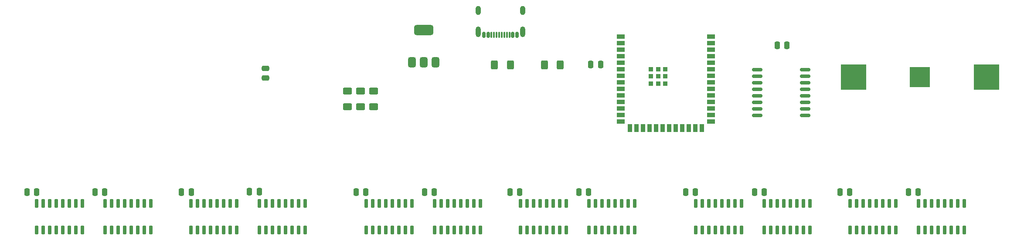
<source format=gbr>
%TF.GenerationSoftware,KiCad,Pcbnew,8.0.3*%
%TF.CreationDate,2024-07-13T20:38:16+02:00*%
%TF.ProjectId,Steuerplatine,53746575-6572-4706-9c61-74696e652e6b,rev?*%
%TF.SameCoordinates,Original*%
%TF.FileFunction,Paste,Top*%
%TF.FilePolarity,Positive*%
%FSLAX46Y46*%
G04 Gerber Fmt 4.6, Leading zero omitted, Abs format (unit mm)*
G04 Created by KiCad (PCBNEW 8.0.3) date 2024-07-13 20:38:16*
%MOMM*%
%LPD*%
G01*
G04 APERTURE LIST*
G04 Aperture macros list*
%AMRoundRect*
0 Rectangle with rounded corners*
0 $1 Rounding radius*
0 $2 $3 $4 $5 $6 $7 $8 $9 X,Y pos of 4 corners*
0 Add a 4 corners polygon primitive as box body*
4,1,4,$2,$3,$4,$5,$6,$7,$8,$9,$2,$3,0*
0 Add four circle primitives for the rounded corners*
1,1,$1+$1,$2,$3*
1,1,$1+$1,$4,$5*
1,1,$1+$1,$6,$7*
1,1,$1+$1,$8,$9*
0 Add four rect primitives between the rounded corners*
20,1,$1+$1,$2,$3,$4,$5,0*
20,1,$1+$1,$4,$5,$6,$7,0*
20,1,$1+$1,$6,$7,$8,$9,0*
20,1,$1+$1,$8,$9,$2,$3,0*%
G04 Aperture macros list end*
%ADD10RoundRect,0.150000X0.150000X0.425000X-0.150000X0.425000X-0.150000X-0.425000X0.150000X-0.425000X0*%
%ADD11RoundRect,0.075000X0.075000X0.500000X-0.075000X0.500000X-0.075000X-0.500000X0.075000X-0.500000X0*%
%ADD12O,1.000000X2.100000*%
%ADD13O,1.000000X1.800000*%
%ADD14RoundRect,0.150000X-0.150000X0.725000X-0.150000X-0.725000X0.150000X-0.725000X0.150000X0.725000X0*%
%ADD15RoundRect,0.250000X-0.250000X-0.475000X0.250000X-0.475000X0.250000X0.475000X-0.250000X0.475000X0*%
%ADD16RoundRect,0.250000X0.250000X0.475000X-0.250000X0.475000X-0.250000X-0.475000X0.250000X-0.475000X0*%
%ADD17RoundRect,0.250000X-0.475000X0.250000X-0.475000X-0.250000X0.475000X-0.250000X0.475000X0.250000X0*%
%ADD18RoundRect,0.250000X0.400000X0.625000X-0.400000X0.625000X-0.400000X-0.625000X0.400000X-0.625000X0*%
%ADD19RoundRect,0.150000X-0.875000X-0.150000X0.875000X-0.150000X0.875000X0.150000X-0.875000X0.150000X0*%
%ADD20R,5.000000X5.000000*%
%ADD21R,4.000000X4.000000*%
%ADD22RoundRect,0.250000X-0.625000X0.400000X-0.625000X-0.400000X0.625000X-0.400000X0.625000X0.400000X0*%
%ADD23RoundRect,0.375000X0.375000X-0.625000X0.375000X0.625000X-0.375000X0.625000X-0.375000X-0.625000X0*%
%ADD24RoundRect,0.500000X1.400000X-0.500000X1.400000X0.500000X-1.400000X0.500000X-1.400000X-0.500000X0*%
%ADD25R,0.900000X0.900000*%
%ADD26R,1.500000X0.900000*%
%ADD27R,0.900000X1.500000*%
G04 APERTURE END LIST*
D10*
%TO.C,J33*%
X154700000Y-37255000D03*
X153900000Y-37255000D03*
D11*
X152750000Y-37254999D03*
X151750000Y-37255000D03*
X151250000Y-37255000D03*
X150250000Y-37254999D03*
D10*
X149100000Y-37255000D03*
X148300000Y-37255000D03*
X148300000Y-37255000D03*
X149100000Y-37255000D03*
D11*
X149750000Y-37255000D03*
X150750000Y-37255000D03*
X152250000Y-37255000D03*
X153250000Y-37255000D03*
D10*
X153900000Y-37255000D03*
X154700000Y-37255000D03*
D12*
X155820000Y-36680000D03*
D13*
X155820000Y-32500000D03*
D12*
X147180000Y-36680000D03*
D13*
X147180000Y-32500000D03*
%TD*%
D14*
%TO.C,U9*%
X147590002Y-70000000D03*
X146320001Y-70000000D03*
X145050000Y-70000000D03*
X143780001Y-70000000D03*
X142510001Y-70000000D03*
X141240002Y-70000000D03*
X139970001Y-70000000D03*
X138700000Y-70000000D03*
X138700000Y-75150000D03*
X139970001Y-75150000D03*
X141240002Y-75150000D03*
X142510001Y-75150000D03*
X143780001Y-75150000D03*
X145050000Y-75150000D03*
X146320001Y-75150000D03*
X147590002Y-75150000D03*
%TD*%
D15*
%TO.C,C11*%
X72750000Y-67800000D03*
X74650000Y-67800000D03*
%TD*%
%TO.C,C2*%
X217450000Y-67800000D03*
X219350000Y-67800000D03*
%TD*%
%TO.C,C4*%
X153350000Y-67800000D03*
X155250000Y-67800000D03*
%TD*%
D14*
%TO.C,U8*%
X198300000Y-70000000D03*
X197029999Y-70000000D03*
X195759998Y-70000000D03*
X194489999Y-70000000D03*
X193219999Y-70000000D03*
X191950000Y-70000000D03*
X190679999Y-70000000D03*
X189409998Y-70000000D03*
X189409998Y-75150000D03*
X190679999Y-75150000D03*
X191950000Y-75150000D03*
X193219999Y-75150000D03*
X194489999Y-75150000D03*
X195759998Y-75150000D03*
X197029999Y-75150000D03*
X198300000Y-75150000D03*
%TD*%
D16*
%TO.C,C13*%
X170949999Y-43000000D03*
X169050001Y-43000000D03*
%TD*%
D15*
%TO.C,C1*%
X230750000Y-67800000D03*
X232650000Y-67800000D03*
%TD*%
%TO.C,C9*%
X136750000Y-67800000D03*
X138650000Y-67800000D03*
%TD*%
%TO.C,C14*%
X205250000Y-39300000D03*
X207150000Y-39300000D03*
%TD*%
D17*
%TO.C,C15*%
X105900000Y-43750001D03*
X105900000Y-45649999D03*
%TD*%
D18*
%TO.C,R5*%
X153450001Y-43100000D03*
X150349999Y-43100000D03*
%TD*%
D14*
%TO.C,U1*%
X241590002Y-70000000D03*
X240320001Y-70000000D03*
X239050000Y-70000000D03*
X237780001Y-70000000D03*
X236510001Y-70000000D03*
X235240002Y-70000000D03*
X233970001Y-70000000D03*
X232700000Y-70000000D03*
X232700000Y-75150000D03*
X233970001Y-75150000D03*
X235240002Y-75150000D03*
X236510001Y-75150000D03*
X237780001Y-75150000D03*
X239050000Y-75150000D03*
X240320001Y-75150000D03*
X241590002Y-75150000D03*
%TD*%
D19*
%TO.C,U13*%
X201400000Y-44000000D03*
X201400000Y-45270000D03*
X201400000Y-46540000D03*
X201400000Y-47810000D03*
X201400000Y-49080000D03*
X201400000Y-50350000D03*
X201400000Y-51620000D03*
X201400000Y-52890000D03*
X210700000Y-52890000D03*
X210700000Y-51620000D03*
X210700000Y-50350000D03*
X210700000Y-49080000D03*
X210700000Y-47810000D03*
X210700000Y-46540000D03*
X210700000Y-45270000D03*
X210700000Y-44000000D03*
%TD*%
D14*
%TO.C,U5*%
X113590002Y-70000000D03*
X112320001Y-70000000D03*
X111050000Y-70000000D03*
X109780001Y-70000000D03*
X108510001Y-70000000D03*
X107240002Y-70000000D03*
X105970001Y-70000000D03*
X104700000Y-70000000D03*
X104700000Y-75150000D03*
X105970001Y-75150000D03*
X107240002Y-75150000D03*
X108510001Y-75150000D03*
X109780001Y-75150000D03*
X111050000Y-75150000D03*
X112320001Y-75150000D03*
X113590002Y-75150000D03*
%TD*%
D15*
%TO.C,C8*%
X187500000Y-67800000D03*
X189400000Y-67800000D03*
%TD*%
D14*
%TO.C,U3*%
X177590002Y-70000000D03*
X176320001Y-70000000D03*
X175050000Y-70000000D03*
X173780001Y-70000000D03*
X172510001Y-70000000D03*
X171240002Y-70000000D03*
X169970001Y-70000000D03*
X168700000Y-70000000D03*
X168700000Y-75150000D03*
X169970001Y-75150000D03*
X171240002Y-75150000D03*
X172510001Y-75150000D03*
X173780001Y-75150000D03*
X175050000Y-75150000D03*
X176320001Y-75150000D03*
X177590002Y-75150000D03*
%TD*%
%TO.C,U10*%
X134300000Y-70000000D03*
X133029999Y-70000000D03*
X131759998Y-70000000D03*
X130489999Y-70000000D03*
X129219999Y-70000000D03*
X127950000Y-70000000D03*
X126679999Y-70000000D03*
X125409998Y-70000000D03*
X125409998Y-75150000D03*
X126679999Y-75150000D03*
X127950000Y-75150000D03*
X129219999Y-75150000D03*
X130489999Y-75150000D03*
X131759998Y-75150000D03*
X133029999Y-75150000D03*
X134300000Y-75150000D03*
%TD*%
D20*
%TO.C,BT1*%
X220050000Y-45509227D03*
X245950000Y-45509227D03*
D21*
X233000000Y-45509227D03*
%TD*%
D18*
%TO.C,R4*%
X163150001Y-43100000D03*
X160049999Y-43100000D03*
%TD*%
D22*
%TO.C,R2*%
X124300000Y-48149999D03*
X124300000Y-51250001D03*
%TD*%
D14*
%TO.C,U7*%
X211590002Y-70000000D03*
X210320001Y-70000000D03*
X209050000Y-70000000D03*
X207780001Y-70000000D03*
X206510001Y-70000000D03*
X205240002Y-70000000D03*
X203970001Y-70000000D03*
X202700000Y-70000000D03*
X202700000Y-75150000D03*
X203970001Y-75150000D03*
X205240002Y-75150000D03*
X206510001Y-75150000D03*
X207780001Y-75150000D03*
X209050000Y-75150000D03*
X210320001Y-75150000D03*
X211590002Y-75150000D03*
%TD*%
D15*
%TO.C,C6*%
X89550000Y-67800000D03*
X91450000Y-67800000D03*
%TD*%
%TO.C,C12*%
X59550000Y-67800000D03*
X61450000Y-67800000D03*
%TD*%
D14*
%TO.C,U12*%
X70300000Y-70000000D03*
X69029999Y-70000000D03*
X67759998Y-70000000D03*
X66489999Y-70000000D03*
X65219999Y-70000000D03*
X63950000Y-70000000D03*
X62679999Y-70000000D03*
X61409998Y-70000000D03*
X61409998Y-75150000D03*
X62679999Y-75150000D03*
X63950000Y-75150000D03*
X65219999Y-75150000D03*
X66489999Y-75150000D03*
X67759998Y-75150000D03*
X69029999Y-75150000D03*
X70300000Y-75150000D03*
%TD*%
%TO.C,U4*%
X164300000Y-70000000D03*
X163029999Y-70000000D03*
X161759998Y-70000000D03*
X160489999Y-70000000D03*
X159219999Y-70000000D03*
X157950000Y-70000000D03*
X156679999Y-70000000D03*
X155409998Y-70000000D03*
X155409998Y-75150000D03*
X156679999Y-75150000D03*
X157950000Y-75150000D03*
X159219999Y-75150000D03*
X160489999Y-75150000D03*
X161759998Y-75150000D03*
X163029999Y-75150000D03*
X164300000Y-75150000D03*
%TD*%
D22*
%TO.C,R3*%
X126900000Y-48149999D03*
X126900000Y-51250001D03*
%TD*%
%TO.C,R1*%
X121800000Y-48149999D03*
X121800000Y-51250001D03*
%TD*%
D15*
%TO.C,C5*%
X102750000Y-67700000D03*
X104650000Y-67700000D03*
%TD*%
D14*
%TO.C,U2*%
X228300000Y-70000000D03*
X227029999Y-70000000D03*
X225759998Y-70000000D03*
X224489999Y-70000000D03*
X223219999Y-70000000D03*
X221950000Y-70000000D03*
X220679999Y-70000000D03*
X219409998Y-70000000D03*
X219409998Y-75150000D03*
X220679999Y-75150000D03*
X221950000Y-75150000D03*
X223219999Y-75150000D03*
X224489999Y-75150000D03*
X225759998Y-75150000D03*
X227029999Y-75150000D03*
X228300000Y-75150000D03*
%TD*%
D23*
%TO.C,U15*%
X134300000Y-42599999D03*
X136600000Y-42599998D03*
D24*
X136600000Y-36300000D03*
D23*
X138900000Y-42599999D03*
%TD*%
D15*
%TO.C,C7*%
X200850000Y-67800000D03*
X202750000Y-67800000D03*
%TD*%
D25*
%TO.C,U14*%
X180750000Y-43920000D03*
X180750000Y-45320000D03*
X180750000Y-46720000D03*
X182150000Y-43920000D03*
X182150000Y-45320000D03*
X182150000Y-46720000D03*
X183550000Y-43920000D03*
X183550000Y-45320000D03*
X183550000Y-46720000D03*
D26*
X174900000Y-37600000D03*
X174900000Y-38870000D03*
X174900000Y-40140000D03*
X174900000Y-41410000D03*
X174900000Y-42680000D03*
X174900000Y-43950000D03*
X174900000Y-45220000D03*
X174900000Y-46490000D03*
X174900000Y-47760000D03*
X174900000Y-49030000D03*
X174900000Y-50300000D03*
X174900000Y-51570000D03*
X174900000Y-52840000D03*
X174900000Y-54110000D03*
D27*
X176665000Y-55360000D03*
X177935000Y-55360000D03*
X179205000Y-55360000D03*
X180475000Y-55360000D03*
X181745000Y-55360000D03*
X183015000Y-55360000D03*
X184285000Y-55360000D03*
X185555000Y-55360000D03*
X186825000Y-55360000D03*
X188095000Y-55360000D03*
X189365000Y-55360000D03*
X190635000Y-55360000D03*
D26*
X192400000Y-54110000D03*
X192400000Y-52840000D03*
X192400000Y-51570000D03*
X192400000Y-50300000D03*
X192400000Y-49030000D03*
X192400000Y-47760000D03*
X192400000Y-46490000D03*
X192400000Y-45220000D03*
X192400000Y-43950000D03*
X192400000Y-42680000D03*
X192400000Y-41410000D03*
X192400000Y-40140000D03*
X192400000Y-38870000D03*
X192400000Y-37600000D03*
%TD*%
D14*
%TO.C,U6*%
X100300000Y-70000000D03*
X99029999Y-70000000D03*
X97759998Y-70000000D03*
X96489999Y-70000000D03*
X95219999Y-70000000D03*
X93950000Y-70000000D03*
X92679999Y-70000000D03*
X91409998Y-70000000D03*
X91409998Y-75150000D03*
X92679999Y-75150000D03*
X93950000Y-75150000D03*
X95219999Y-75150000D03*
X96489999Y-75150000D03*
X97759998Y-75150000D03*
X99029999Y-75150000D03*
X100300000Y-75150000D03*
%TD*%
D15*
%TO.C,C10*%
X123450000Y-67800000D03*
X125350000Y-67800000D03*
%TD*%
D14*
%TO.C,U11*%
X83590002Y-70000000D03*
X82320001Y-70000000D03*
X81050000Y-70000000D03*
X79780001Y-70000000D03*
X78510001Y-70000000D03*
X77240002Y-70000000D03*
X75970001Y-70000000D03*
X74700000Y-70000000D03*
X74700000Y-75150000D03*
X75970001Y-75150000D03*
X77240002Y-75150000D03*
X78510001Y-75150000D03*
X79780001Y-75150000D03*
X81050000Y-75150000D03*
X82320001Y-75150000D03*
X83590002Y-75150000D03*
%TD*%
D15*
%TO.C,C3*%
X166750000Y-67800000D03*
X168650000Y-67800000D03*
%TD*%
M02*

</source>
